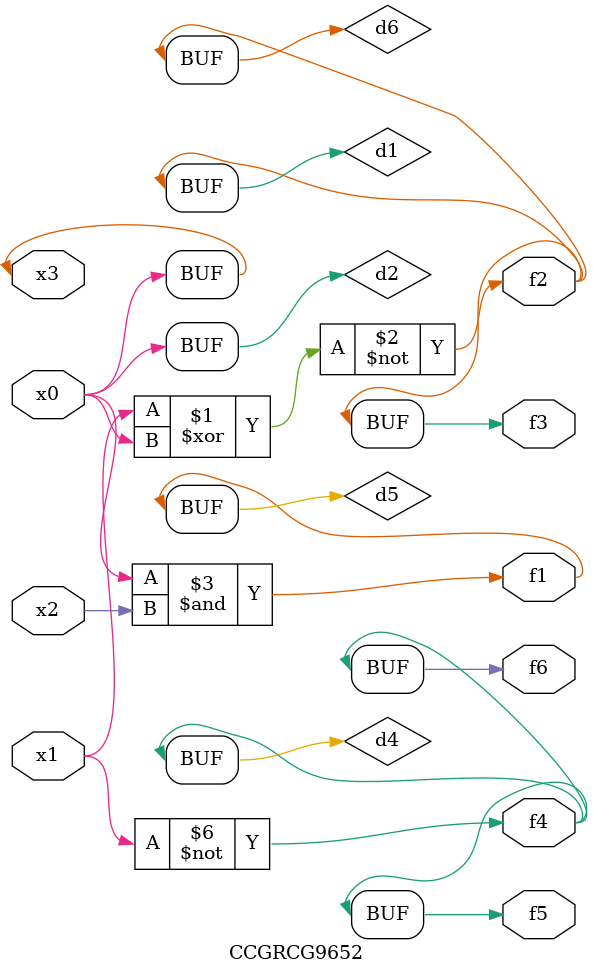
<source format=v>
module CCGRCG9652(
	input x0, x1, x2, x3,
	output f1, f2, f3, f4, f5, f6
);

	wire d1, d2, d3, d4, d5, d6;

	xnor (d1, x1, x3);
	buf (d2, x0, x3);
	nand (d3, x0, x2);
	not (d4, x1);
	nand (d5, d3);
	or (d6, d1);
	assign f1 = d5;
	assign f2 = d6;
	assign f3 = d6;
	assign f4 = d4;
	assign f5 = d4;
	assign f6 = d4;
endmodule

</source>
